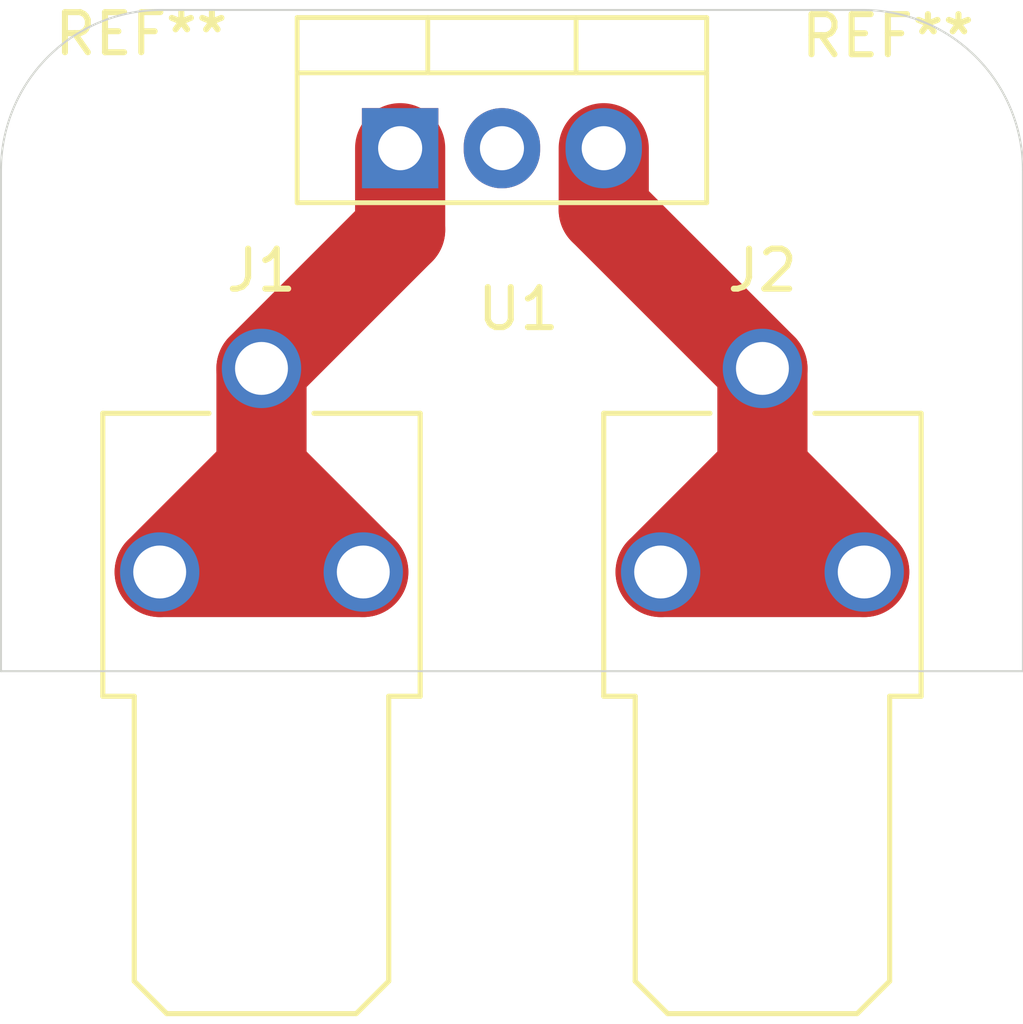
<source format=kicad_pcb>
(kicad_pcb (version 20241229) (generator "pcbnew") (generator_version "9.0")
  (title_block (title "AOTS Crimp Adapter") (date "2025-08-06") (company "Nyle"))
  (layers (0 "F.Cu" signal) (2 "B.Cu" signal) (13 "F.Paste" user) (15 "B.Paste" user) (5 "F.SilkS" user "F.Silkscreen") (7 "B.SilkS" user "B.Silkscreen") (1 "F.Mask" user) (3 "B.Mask" user) (25 "Edge.Cuts" user))
  (net 0 "")
  (net 2 "Net-(U1-ADJ)")
  (net 3 "Net-(U1-VI)")
  (footprint "MountingHole:MountingHole_2mm" (layer "F.Cu") (at 200.5 126.55)
    (property "Reference" "REF**" (at 0 -2.95 0) (layer "F.SilkS"))
    (property "Value" "MountingHole_2mm" (hide yes))
    (pad "" np_thru_hole circle (at 0 0) (size 2 2) (drill 2) (layers "*.Cu" "*.Mask"))
  )
  (footprint "Package_TO_SOT_THT:TO-220-3_Vertical" (layer "F.Cu") (at 206.96 126.45)
    (property "Reference" "U1" (at 2.95 4.01 0) (layer "F.SilkS"))
    (property "Value" "AOTS")
    (fp_line (start -2.57 -3.26) (end 7.65 -3.26) (stroke (width 0.12)) (layer "F.SilkS"))
    (fp_line (start -2.57 -1.88) (end 7.65 -1.88) (stroke (width 0.12)) (layer "F.SilkS"))
    (fp_line (start -2.57 1.36) (end -2.57 -3.26) (stroke (width 0.12)) (layer "F.SilkS"))
    (fp_line (start 0.69 -3.26) (end 0.69 -1.88) (stroke (width 0.12)) (layer "F.SilkS"))
    (fp_line (start 4.39 -3.26) (end 4.39 -1.88) (stroke (width 0.12)) (layer "F.SilkS"))
    (fp_line (start 7.65 -3.26) (end 7.65 1.36) (stroke (width 0.12)) (layer "F.SilkS"))
    (fp_line (start 7.65 1.36) (end -2.57 1.36) (stroke (width 0.12)) (layer "F.SilkS"))
    (pad "1" thru_hole rect (at 0 0) (size 1.905 2) (drill 1.1) (layers "*.Cu" "*.Mask") (net 2 "Net-(U1-ADJ)"))
    (pad "2" thru_hole oval (at 2.54 0) (size 1.905 2) (drill 1.1) (layers "*.Cu" "*.Mask"))
    (pad "3" thru_hole oval (at 5.08 0) (size 1.905 2) (drill 1.1) (layers "*.Cu" "*.Mask") (net 3 "Net-(U1-VI)"))
  )
  (footprint "spades:KEYSTONE_4910" (layer "F.Cu") (at 216 137.025 90)
    (property "Reference" "J2" (at 7.525 0 180) (layer "F.SilkS"))
    (property "Value" "4910" (hide yes))
    (fp_line (start 3.96 -3.96) (end 3.96 -1.31) (stroke (width 0.127)) (layer "F.SilkS"))
    (fp_line (start -3.1 -3.96) (end 3.96 -3.96) (stroke (width 0.127)) (layer "F.SilkS"))
    (fp_line (start -3.1 -3.175) (end -3.1 -3.96) (stroke (width 0.127)) (layer "F.SilkS"))
    (fp_line (start -10.21 -3.175) (end -3.1 -3.175) (stroke (width 0.127)) (layer "F.SilkS"))
    (fp_line (start -11.02 -2.365) (end -10.21 -3.175) (stroke (width 0.127)) (layer "F.SilkS"))
    (fp_line (start -11.02 2.365) (end -11.02 -2.365) (stroke (width 0.127)) (layer "F.SilkS"))
    (fp_line (start -3.1 3.175) (end -10.21 3.175) (stroke (width 0.127)) (layer "F.SilkS"))
    (fp_line (start -10.21 3.175) (end -11.02 2.365) (stroke (width 0.127)) (layer "F.SilkS"))
    (fp_line (start 3.96 3.96) (end 3.96 1.31) (stroke (width 0.127)) (layer "F.SilkS"))
    (fp_line (start -3.1 3.96) (end -3.1 3.175) (stroke (width 0.127)) (layer "F.SilkS"))
    (fp_line (start -3.1 3.96) (end 3.96 3.96) (stroke (width 0.127)) (layer "F.SilkS"))
    (pad "1_1" thru_hole circle (at 0 -2.54 90) (size 1.98 1.98) (drill 1.32) (layers "*.Cu" "*.Mask") (net 3 "Net-(U1-VI)"))
    (pad "1_2" thru_hole circle (at 0 2.54 90) (size 1.98 1.98) (drill 1.32) (layers "*.Cu" "*.Mask") (net 3 "Net-(U1-VI)"))
    (pad "1_3" thru_hole circle (at 5.08 0 90) (size 1.98 1.98) (drill 1.32) (layers "*.Cu" "*.Mask") (net 3 "Net-(U1-VI)"))
  )
  (footprint "spades:KEYSTONE_4910" (layer "F.Cu") (at 203.5 137.025 90)
    (property "Reference" "J1" (at 7.525 0 180) (layer "F.SilkS"))
    (property "Value" "4910" (hide yes))
    (fp_line (start 3.96 -3.96) (end 3.96 -1.31) (stroke (width 0.127)) (layer "F.SilkS"))
    (fp_line (start -3.1 -3.96) (end 3.96 -3.96) (stroke (width 0.127)) (layer "F.SilkS"))
    (fp_line (start -3.1 -3.175) (end -3.1 -3.96) (stroke (width 0.127)) (layer "F.SilkS"))
    (fp_line (start -10.21 -3.175) (end -3.1 -3.175) (stroke (width 0.127)) (layer "F.SilkS"))
    (fp_line (start -11.02 -2.365) (end -10.21 -3.175) (stroke (width 0.127)) (layer "F.SilkS"))
    (fp_line (start -11.02 2.365) (end -11.02 -2.365) (stroke (width 0.127)) (layer "F.SilkS"))
    (fp_line (start -3.1 3.175) (end -10.21 3.175) (stroke (width 0.127)) (layer "F.SilkS"))
    (fp_line (start -10.21 3.175) (end -11.02 2.365) (stroke (width 0.127)) (layer "F.SilkS"))
    (fp_line (start 3.96 3.96) (end 3.96 1.31) (stroke (width 0.127)) (layer "F.SilkS"))
    (fp_line (start -3.1 3.96) (end -3.1 3.175) (stroke (width 0.127)) (layer "F.SilkS"))
    (fp_line (start -3.1 3.96) (end 3.96 3.96) (stroke (width 0.127)) (layer "F.SilkS"))
    (pad "1_1" thru_hole circle (at 0 -2.54 90) (size 1.98 1.98) (drill 1.32) (layers "*.Cu" "*.Mask") (net 2 "Net-(U1-ADJ)"))
    (pad "1_2" thru_hole circle (at 0 2.54 90) (size 1.98 1.98) (drill 1.32) (layers "*.Cu" "*.Mask") (net 2 "Net-(U1-ADJ)"))
    (pad "1_3" thru_hole circle (at 5.08 0 90) (size 1.98 1.98) (drill 1.32) (layers "*.Cu" "*.Mask") (net 2 "Net-(U1-ADJ)"))
  )
  (footprint "MountingHole:MountingHole_2mm" (layer "F.Cu") (at 219.13 126.6)
    (property "Reference" "REF**" (at 0 -2.95 0) (layer "F.SilkS"))
    (property "Value" "MountingHole_2mm" (hide yes))
    (pad "" np_thru_hole circle (at 0 0) (size 2 2) (drill 2) (layers "*.Cu" "*.Mask"))
  )
  (gr_arc (start 197 127) (mid 198.171573 124.171573) (end 201 123) (stroke (width 0.05)) (layer "Edge.Cuts"))
  (gr_line (start 201 123) (end 218.5 123) (stroke (width 0.05)) (layer "Edge.Cuts"))
  (gr_line (start 222.5 139.5) (end 197 139.5) (stroke (width 0.05)) (layer "Edge.Cuts"))
  (gr_line (start 197 139.5) (end 197 127) (stroke (width 0.05)) (layer "Edge.Cuts"))
  (gr_arc (start 218.5 123) (mid 221.328427 124.171573) (end 222.5 127) (stroke (width 0.05)) (layer "Edge.Cuts"))
  (gr_line (start 222.5 127) (end 222.5 139.5) (stroke (width 0.05)) (layer "Edge.Cuts"))
  (segment (start 206.04 137.025) (end 203.5 134.485) (width 2.25) (layer "F.Cu") (net 2))
  (segment (start 203.5 134.485) (end 200.96 137.025) (width 2.25) (layer "F.Cu") (net 2))
  (segment (start 206.96 126.45) (end 206.96 128.485) (width 2.25) (layer "F.Cu") (net 2))
  (segment (start 206.96 128.485) (end 203.5 131.945) (width 2.25) (layer "F.Cu") (net 2))
  (segment (start 200.96 137.025) (end 206.04 137.025) (width 2.25) (layer "F.Cu") (net 2))
  (segment (start 203.5 131.945) (end 203.5 134.485) (width 2.25) (layer "F.Cu") (net 2))
  (segment (start 212.04 126.45) (end 212.04 127.985) (width 2.25) (layer "F.Cu") (net 3))
  (segment (start 218.54 137.025) (end 213.46 137.025) (width 2.25) (layer "F.Cu") (net 3))
  (segment (start 216 131.945) (end 216 134.485) (width 2.25) (layer "F.Cu") (net 3))
  (segment (start 212.04 127.985) (end 216 131.945) (width 2.25) (layer "F.Cu") (net 3))
  (segment (start 216 134.485) (end 218.54 137.025) (width 2.25) (layer "F.Cu") (net 3))
  (segment (start 213.46 137.025) (end 216 134.485) (width 2.25) (layer "F.Cu") (net 3))
)
</source>
